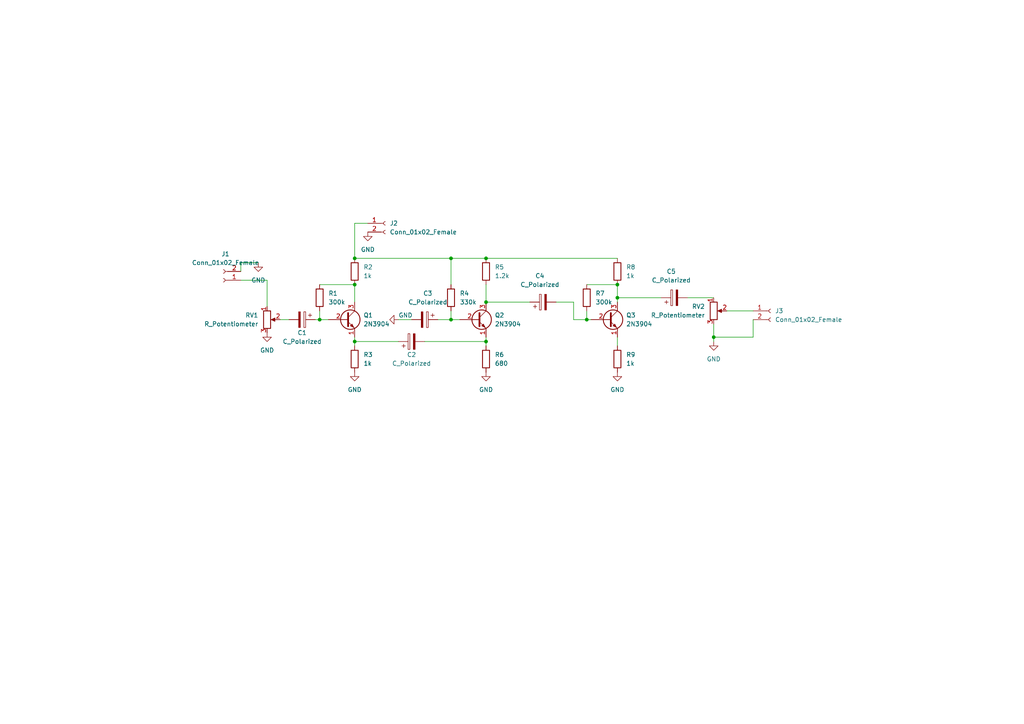
<source format=kicad_sch>
(kicad_sch (version 20211123) (generator eeschema)

  (uuid 9df4c51f-3646-45b1-b99b-11a5108751e5)

  (paper "A4")

  (lib_symbols
    (symbol "Connector:Conn_01x02_Female" (pin_names (offset 1.016) hide) (in_bom yes) (on_board yes)
      (property "Reference" "J" (id 0) (at 0 2.54 0)
        (effects (font (size 1.27 1.27)))
      )
      (property "Value" "Conn_01x02_Female" (id 1) (at 0 -5.08 0)
        (effects (font (size 1.27 1.27)))
      )
      (property "Footprint" "" (id 2) (at 0 0 0)
        (effects (font (size 1.27 1.27)) hide)
      )
      (property "Datasheet" "~" (id 3) (at 0 0 0)
        (effects (font (size 1.27 1.27)) hide)
      )
      (property "ki_keywords" "connector" (id 4) (at 0 0 0)
        (effects (font (size 1.27 1.27)) hide)
      )
      (property "ki_description" "Generic connector, single row, 01x02, script generated (kicad-library-utils/schlib/autogen/connector/)" (id 5) (at 0 0 0)
        (effects (font (size 1.27 1.27)) hide)
      )
      (property "ki_fp_filters" "Connector*:*_1x??_*" (id 6) (at 0 0 0)
        (effects (font (size 1.27 1.27)) hide)
      )
      (symbol "Conn_01x02_Female_1_1"
        (arc (start 0 -2.032) (mid -0.508 -2.54) (end 0 -3.048)
          (stroke (width 0.1524) (type default) (color 0 0 0 0))
          (fill (type none))
        )
        (polyline
          (pts
            (xy -1.27 -2.54)
            (xy -0.508 -2.54)
          )
          (stroke (width 0.1524) (type default) (color 0 0 0 0))
          (fill (type none))
        )
        (polyline
          (pts
            (xy -1.27 0)
            (xy -0.508 0)
          )
          (stroke (width 0.1524) (type default) (color 0 0 0 0))
          (fill (type none))
        )
        (arc (start 0 0.508) (mid -0.508 0) (end 0 -0.508)
          (stroke (width 0.1524) (type default) (color 0 0 0 0))
          (fill (type none))
        )
        (pin passive line (at -5.08 0 0) (length 3.81)
          (name "Pin_1" (effects (font (size 1.27 1.27))))
          (number "1" (effects (font (size 1.27 1.27))))
        )
        (pin passive line (at -5.08 -2.54 0) (length 3.81)
          (name "Pin_2" (effects (font (size 1.27 1.27))))
          (number "2" (effects (font (size 1.27 1.27))))
        )
      )
    )
    (symbol "Device:C_Polarized" (pin_numbers hide) (pin_names (offset 0.254)) (in_bom yes) (on_board yes)
      (property "Reference" "C" (id 0) (at 0.635 2.54 0)
        (effects (font (size 1.27 1.27)) (justify left))
      )
      (property "Value" "C_Polarized" (id 1) (at 0.635 -2.54 0)
        (effects (font (size 1.27 1.27)) (justify left))
      )
      (property "Footprint" "" (id 2) (at 0.9652 -3.81 0)
        (effects (font (size 1.27 1.27)) hide)
      )
      (property "Datasheet" "~" (id 3) (at 0 0 0)
        (effects (font (size 1.27 1.27)) hide)
      )
      (property "ki_keywords" "cap capacitor" (id 4) (at 0 0 0)
        (effects (font (size 1.27 1.27)) hide)
      )
      (property "ki_description" "Polarized capacitor" (id 5) (at 0 0 0)
        (effects (font (size 1.27 1.27)) hide)
      )
      (property "ki_fp_filters" "CP_*" (id 6) (at 0 0 0)
        (effects (font (size 1.27 1.27)) hide)
      )
      (symbol "C_Polarized_0_1"
        (rectangle (start -2.286 0.508) (end 2.286 1.016)
          (stroke (width 0) (type default) (color 0 0 0 0))
          (fill (type none))
        )
        (polyline
          (pts
            (xy -1.778 2.286)
            (xy -0.762 2.286)
          )
          (stroke (width 0) (type default) (color 0 0 0 0))
          (fill (type none))
        )
        (polyline
          (pts
            (xy -1.27 2.794)
            (xy -1.27 1.778)
          )
          (stroke (width 0) (type default) (color 0 0 0 0))
          (fill (type none))
        )
        (rectangle (start 2.286 -0.508) (end -2.286 -1.016)
          (stroke (width 0) (type default) (color 0 0 0 0))
          (fill (type outline))
        )
      )
      (symbol "C_Polarized_1_1"
        (pin passive line (at 0 3.81 270) (length 2.794)
          (name "~" (effects (font (size 1.27 1.27))))
          (number "1" (effects (font (size 1.27 1.27))))
        )
        (pin passive line (at 0 -3.81 90) (length 2.794)
          (name "~" (effects (font (size 1.27 1.27))))
          (number "2" (effects (font (size 1.27 1.27))))
        )
      )
    )
    (symbol "Device:R" (pin_numbers hide) (pin_names (offset 0)) (in_bom yes) (on_board yes)
      (property "Reference" "R" (id 0) (at 2.032 0 90)
        (effects (font (size 1.27 1.27)))
      )
      (property "Value" "R" (id 1) (at 0 0 90)
        (effects (font (size 1.27 1.27)))
      )
      (property "Footprint" "" (id 2) (at -1.778 0 90)
        (effects (font (size 1.27 1.27)) hide)
      )
      (property "Datasheet" "~" (id 3) (at 0 0 0)
        (effects (font (size 1.27 1.27)) hide)
      )
      (property "ki_keywords" "R res resistor" (id 4) (at 0 0 0)
        (effects (font (size 1.27 1.27)) hide)
      )
      (property "ki_description" "Resistor" (id 5) (at 0 0 0)
        (effects (font (size 1.27 1.27)) hide)
      )
      (property "ki_fp_filters" "R_*" (id 6) (at 0 0 0)
        (effects (font (size 1.27 1.27)) hide)
      )
      (symbol "R_0_1"
        (rectangle (start -1.016 -2.54) (end 1.016 2.54)
          (stroke (width 0.254) (type default) (color 0 0 0 0))
          (fill (type none))
        )
      )
      (symbol "R_1_1"
        (pin passive line (at 0 3.81 270) (length 1.27)
          (name "~" (effects (font (size 1.27 1.27))))
          (number "1" (effects (font (size 1.27 1.27))))
        )
        (pin passive line (at 0 -3.81 90) (length 1.27)
          (name "~" (effects (font (size 1.27 1.27))))
          (number "2" (effects (font (size 1.27 1.27))))
        )
      )
    )
    (symbol "Device:R_Potentiometer" (pin_names (offset 1.016) hide) (in_bom yes) (on_board yes)
      (property "Reference" "RV" (id 0) (at -4.445 0 90)
        (effects (font (size 1.27 1.27)))
      )
      (property "Value" "R_Potentiometer" (id 1) (at -2.54 0 90)
        (effects (font (size 1.27 1.27)))
      )
      (property "Footprint" "" (id 2) (at 0 0 0)
        (effects (font (size 1.27 1.27)) hide)
      )
      (property "Datasheet" "~" (id 3) (at 0 0 0)
        (effects (font (size 1.27 1.27)) hide)
      )
      (property "ki_keywords" "resistor variable" (id 4) (at 0 0 0)
        (effects (font (size 1.27 1.27)) hide)
      )
      (property "ki_description" "Potentiometer" (id 5) (at 0 0 0)
        (effects (font (size 1.27 1.27)) hide)
      )
      (property "ki_fp_filters" "Potentiometer*" (id 6) (at 0 0 0)
        (effects (font (size 1.27 1.27)) hide)
      )
      (symbol "R_Potentiometer_0_1"
        (polyline
          (pts
            (xy 2.54 0)
            (xy 1.524 0)
          )
          (stroke (width 0) (type default) (color 0 0 0 0))
          (fill (type none))
        )
        (polyline
          (pts
            (xy 1.143 0)
            (xy 2.286 0.508)
            (xy 2.286 -0.508)
            (xy 1.143 0)
          )
          (stroke (width 0) (type default) (color 0 0 0 0))
          (fill (type outline))
        )
        (rectangle (start 1.016 2.54) (end -1.016 -2.54)
          (stroke (width 0.254) (type default) (color 0 0 0 0))
          (fill (type none))
        )
      )
      (symbol "R_Potentiometer_1_1"
        (pin passive line (at 0 3.81 270) (length 1.27)
          (name "1" (effects (font (size 1.27 1.27))))
          (number "1" (effects (font (size 1.27 1.27))))
        )
        (pin passive line (at 3.81 0 180) (length 1.27)
          (name "2" (effects (font (size 1.27 1.27))))
          (number "2" (effects (font (size 1.27 1.27))))
        )
        (pin passive line (at 0 -3.81 90) (length 1.27)
          (name "3" (effects (font (size 1.27 1.27))))
          (number "3" (effects (font (size 1.27 1.27))))
        )
      )
    )
    (symbol "Transistor_BJT:2N3904" (pin_names (offset 0) hide) (in_bom yes) (on_board yes)
      (property "Reference" "Q" (id 0) (at 5.08 1.905 0)
        (effects (font (size 1.27 1.27)) (justify left))
      )
      (property "Value" "2N3904" (id 1) (at 5.08 0 0)
        (effects (font (size 1.27 1.27)) (justify left))
      )
      (property "Footprint" "Package_TO_SOT_THT:TO-92_Inline" (id 2) (at 5.08 -1.905 0)
        (effects (font (size 1.27 1.27) italic) (justify left) hide)
      )
      (property "Datasheet" "https://www.onsemi.com/pub/Collateral/2N3903-D.PDF" (id 3) (at 0 0 0)
        (effects (font (size 1.27 1.27)) (justify left) hide)
      )
      (property "ki_keywords" "NPN Transistor" (id 4) (at 0 0 0)
        (effects (font (size 1.27 1.27)) hide)
      )
      (property "ki_description" "0.2A Ic, 40V Vce, Small Signal NPN Transistor, TO-92" (id 5) (at 0 0 0)
        (effects (font (size 1.27 1.27)) hide)
      )
      (property "ki_fp_filters" "TO?92*" (id 6) (at 0 0 0)
        (effects (font (size 1.27 1.27)) hide)
      )
      (symbol "2N3904_0_1"
        (polyline
          (pts
            (xy 0.635 0.635)
            (xy 2.54 2.54)
          )
          (stroke (width 0) (type default) (color 0 0 0 0))
          (fill (type none))
        )
        (polyline
          (pts
            (xy 0.635 -0.635)
            (xy 2.54 -2.54)
            (xy 2.54 -2.54)
          )
          (stroke (width 0) (type default) (color 0 0 0 0))
          (fill (type none))
        )
        (polyline
          (pts
            (xy 0.635 1.905)
            (xy 0.635 -1.905)
            (xy 0.635 -1.905)
          )
          (stroke (width 0.508) (type default) (color 0 0 0 0))
          (fill (type none))
        )
        (polyline
          (pts
            (xy 1.27 -1.778)
            (xy 1.778 -1.27)
            (xy 2.286 -2.286)
            (xy 1.27 -1.778)
            (xy 1.27 -1.778)
          )
          (stroke (width 0) (type default) (color 0 0 0 0))
          (fill (type outline))
        )
        (circle (center 1.27 0) (radius 2.8194)
          (stroke (width 0.254) (type default) (color 0 0 0 0))
          (fill (type none))
        )
      )
      (symbol "2N3904_1_1"
        (pin passive line (at 2.54 -5.08 90) (length 2.54)
          (name "E" (effects (font (size 1.27 1.27))))
          (number "1" (effects (font (size 1.27 1.27))))
        )
        (pin passive line (at -5.08 0 0) (length 5.715)
          (name "B" (effects (font (size 1.27 1.27))))
          (number "2" (effects (font (size 1.27 1.27))))
        )
        (pin passive line (at 2.54 5.08 270) (length 2.54)
          (name "C" (effects (font (size 1.27 1.27))))
          (number "3" (effects (font (size 1.27 1.27))))
        )
      )
    )
    (symbol "power:GND" (power) (pin_names (offset 0)) (in_bom yes) (on_board yes)
      (property "Reference" "#PWR" (id 0) (at 0 -6.35 0)
        (effects (font (size 1.27 1.27)) hide)
      )
      (property "Value" "GND" (id 1) (at 0 -3.81 0)
        (effects (font (size 1.27 1.27)))
      )
      (property "Footprint" "" (id 2) (at 0 0 0)
        (effects (font (size 1.27 1.27)) hide)
      )
      (property "Datasheet" "" (id 3) (at 0 0 0)
        (effects (font (size 1.27 1.27)) hide)
      )
      (property "ki_keywords" "power-flag" (id 4) (at 0 0 0)
        (effects (font (size 1.27 1.27)) hide)
      )
      (property "ki_description" "Power symbol creates a global label with name \"GND\" , ground" (id 5) (at 0 0 0)
        (effects (font (size 1.27 1.27)) hide)
      )
      (symbol "GND_0_1"
        (polyline
          (pts
            (xy 0 0)
            (xy 0 -1.27)
            (xy 1.27 -1.27)
            (xy 0 -2.54)
            (xy -1.27 -1.27)
            (xy 0 -1.27)
          )
          (stroke (width 0) (type default) (color 0 0 0 0))
          (fill (type none))
        )
      )
      (symbol "GND_1_1"
        (pin power_in line (at 0 0 270) (length 0) hide
          (name "GND" (effects (font (size 1.27 1.27))))
          (number "1" (effects (font (size 1.27 1.27))))
        )
      )
    )
  )

  (junction (at 140.97 99.06) (diameter 0) (color 0 0 0 0)
    (uuid 02ff1733-09b3-4a35-9bfc-e6a4d5ddbf86)
  )
  (junction (at 170.18 92.71) (diameter 0) (color 0 0 0 0)
    (uuid 1c729c5d-8d63-4a0e-b65a-785105ce351a)
  )
  (junction (at 130.81 92.71) (diameter 0) (color 0 0 0 0)
    (uuid 268f8470-80e3-470c-963b-99056f1b624d)
  )
  (junction (at 179.07 82.55) (diameter 0) (color 0 0 0 0)
    (uuid 27773ae2-23d7-4de1-b67c-94c4f77e2633)
  )
  (junction (at 179.07 86.36) (diameter 0) (color 0 0 0 0)
    (uuid 2bc153e9-5008-455f-957f-2aa433b7a672)
  )
  (junction (at 92.71 92.71) (diameter 0) (color 0 0 0 0)
    (uuid 4434d9f0-e7e9-4bcc-8948-fe6adeb63ab3)
  )
  (junction (at 140.97 87.63) (diameter 0) (color 0 0 0 0)
    (uuid 4b1135de-5cf0-48bd-b975-148987d31080)
  )
  (junction (at 102.87 82.55) (diameter 0) (color 0 0 0 0)
    (uuid 82ab5408-d931-4da6-bd32-fd7108be998d)
  )
  (junction (at 130.81 74.93) (diameter 0) (color 0 0 0 0)
    (uuid 8f870c31-0bbe-4d8f-855b-7929fafb9fc6)
  )
  (junction (at 207.01 97.79) (diameter 0) (color 0 0 0 0)
    (uuid a044c1fb-ef95-4639-b2a4-57b9e00a4f6e)
  )
  (junction (at 140.97 74.93) (diameter 0) (color 0 0 0 0)
    (uuid ae98ed64-e6c2-43c7-90a4-0d6a1c78a561)
  )
  (junction (at 102.87 99.06) (diameter 0) (color 0 0 0 0)
    (uuid cd8c4725-6bc5-4573-a15b-c854b1cd1ce4)
  )
  (junction (at 102.87 74.93) (diameter 0) (color 0 0 0 0)
    (uuid eec34a4b-4fd2-4750-9c64-a99c6e38e2f2)
  )

  (wire (pts (xy 191.77 86.36) (xy 179.07 86.36))
    (stroke (width 0) (type default) (color 0 0 0 0))
    (uuid 02d36da8-9808-4164-99f3-518c65311f3e)
  )
  (wire (pts (xy 218.44 90.17) (xy 210.82 90.17))
    (stroke (width 0) (type default) (color 0 0 0 0))
    (uuid 05d28ad3-2910-4a53-8fd6-9fd42754416a)
  )
  (wire (pts (xy 102.87 99.06) (xy 115.57 99.06))
    (stroke (width 0) (type default) (color 0 0 0 0))
    (uuid 07d47394-83ca-4927-807e-121246c63a8e)
  )
  (wire (pts (xy 218.44 92.71) (xy 218.44 97.79))
    (stroke (width 0) (type default) (color 0 0 0 0))
    (uuid 08e28cb4-f128-4121-a66c-b833e256325d)
  )
  (wire (pts (xy 140.97 99.06) (xy 140.97 100.33))
    (stroke (width 0) (type default) (color 0 0 0 0))
    (uuid 0b5cd27f-c1d6-4742-8429-267e5a48dd4d)
  )
  (wire (pts (xy 106.68 64.77) (xy 102.87 64.77))
    (stroke (width 0) (type default) (color 0 0 0 0))
    (uuid 1c27e52d-4761-47d6-93af-04df2abb316c)
  )
  (wire (pts (xy 199.39 86.36) (xy 207.01 86.36))
    (stroke (width 0) (type default) (color 0 0 0 0))
    (uuid 27ca3bc4-23eb-455f-a639-a4652ec94734)
  )
  (wire (pts (xy 207.01 99.06) (xy 207.01 97.79))
    (stroke (width 0) (type default) (color 0 0 0 0))
    (uuid 2af759b7-53d4-4d03-8ce3-fc03f507d917)
  )
  (wire (pts (xy 74.93 76.2) (xy 69.85 76.2))
    (stroke (width 0) (type default) (color 0 0 0 0))
    (uuid 2d375d18-2425-4986-bad6-e4672aa0b6dd)
  )
  (wire (pts (xy 92.71 82.55) (xy 102.87 82.55))
    (stroke (width 0) (type default) (color 0 0 0 0))
    (uuid 366f90bd-962b-4717-b11d-728d171ba7a4)
  )
  (wire (pts (xy 102.87 99.06) (xy 102.87 100.33))
    (stroke (width 0) (type default) (color 0 0 0 0))
    (uuid 39387f34-a6e3-4a3d-beb7-f36075fee5b6)
  )
  (wire (pts (xy 77.47 81.28) (xy 69.85 81.28))
    (stroke (width 0) (type default) (color 0 0 0 0))
    (uuid 3a9960a8-cf85-4873-a4ab-1403ef6b7bff)
  )
  (wire (pts (xy 69.85 76.2) (xy 69.85 78.74))
    (stroke (width 0) (type default) (color 0 0 0 0))
    (uuid 3f024efb-c2e9-4ab4-beea-ed90de20cb01)
  )
  (wire (pts (xy 102.87 97.79) (xy 102.87 99.06))
    (stroke (width 0) (type default) (color 0 0 0 0))
    (uuid 400446d4-d983-4fd4-a632-e79ae5bf2e01)
  )
  (wire (pts (xy 123.19 99.06) (xy 140.97 99.06))
    (stroke (width 0) (type default) (color 0 0 0 0))
    (uuid 4268996e-d538-4598-b960-1ff0a33d2737)
  )
  (wire (pts (xy 91.44 92.71) (xy 92.71 92.71))
    (stroke (width 0) (type default) (color 0 0 0 0))
    (uuid 4299e4ff-db3e-476f-a3c4-575cc0d41958)
  )
  (wire (pts (xy 170.18 82.55) (xy 179.07 82.55))
    (stroke (width 0) (type default) (color 0 0 0 0))
    (uuid 4a89455b-fb99-4974-8fae-6d891d978deb)
  )
  (wire (pts (xy 140.97 87.63) (xy 153.67 87.63))
    (stroke (width 0) (type default) (color 0 0 0 0))
    (uuid 4b4195d5-1a82-43cf-afd4-7c55c19f9127)
  )
  (wire (pts (xy 179.07 82.55) (xy 179.07 86.36))
    (stroke (width 0) (type default) (color 0 0 0 0))
    (uuid 50b215ec-b530-4ef7-b682-2d0f330dab5c)
  )
  (wire (pts (xy 130.81 90.17) (xy 130.81 92.71))
    (stroke (width 0) (type default) (color 0 0 0 0))
    (uuid 6b374389-809b-4106-959d-f1d23eee7870)
  )
  (wire (pts (xy 130.81 92.71) (xy 133.35 92.71))
    (stroke (width 0) (type default) (color 0 0 0 0))
    (uuid 6f1f9d1d-a358-4705-a57f-b15047ef70fb)
  )
  (wire (pts (xy 127 92.71) (xy 130.81 92.71))
    (stroke (width 0) (type default) (color 0 0 0 0))
    (uuid 75d5f17e-1a25-4cce-b9b9-4b163592230f)
  )
  (wire (pts (xy 140.97 82.55) (xy 140.97 87.63))
    (stroke (width 0) (type default) (color 0 0 0 0))
    (uuid 77f7f452-5df4-4d9c-b465-cebc6e6f326a)
  )
  (wire (pts (xy 92.71 90.17) (xy 92.71 92.71))
    (stroke (width 0) (type default) (color 0 0 0 0))
    (uuid 7b382362-6ca4-4a8a-89e0-a6ac6aff0a80)
  )
  (wire (pts (xy 207.01 97.79) (xy 207.01 93.98))
    (stroke (width 0) (type default) (color 0 0 0 0))
    (uuid 8c8117ed-d34f-44cc-9693-6770af5b35e2)
  )
  (wire (pts (xy 170.18 92.71) (xy 171.45 92.71))
    (stroke (width 0) (type default) (color 0 0 0 0))
    (uuid 8d353751-0d97-42ac-8594-8b6c478c93e0)
  )
  (wire (pts (xy 130.81 82.55) (xy 130.81 74.93))
    (stroke (width 0) (type default) (color 0 0 0 0))
    (uuid 8d91924f-4002-4237-b6d0-572e74673280)
  )
  (wire (pts (xy 140.97 74.93) (xy 179.07 74.93))
    (stroke (width 0) (type default) (color 0 0 0 0))
    (uuid 8eca3e75-4555-40c6-a5f0-d0a3267a43f5)
  )
  (wire (pts (xy 77.47 88.9) (xy 77.47 81.28))
    (stroke (width 0) (type default) (color 0 0 0 0))
    (uuid 8fcaee63-00f2-48f7-9ade-fd8072f4574c)
  )
  (wire (pts (xy 92.71 92.71) (xy 95.25 92.71))
    (stroke (width 0) (type default) (color 0 0 0 0))
    (uuid 97adc94a-f020-47c4-ae3c-09e088839f48)
  )
  (wire (pts (xy 130.81 74.93) (xy 140.97 74.93))
    (stroke (width 0) (type default) (color 0 0 0 0))
    (uuid 9e64358d-1494-469b-b1ac-0d5265cb2da7)
  )
  (wire (pts (xy 179.07 97.79) (xy 179.07 100.33))
    (stroke (width 0) (type default) (color 0 0 0 0))
    (uuid a6696220-8f47-4f21-90fd-4cf17635821b)
  )
  (wire (pts (xy 161.29 87.63) (xy 166.37 87.63))
    (stroke (width 0) (type default) (color 0 0 0 0))
    (uuid a7aa5daa-98f5-4404-9630-74068525cad5)
  )
  (wire (pts (xy 166.37 87.63) (xy 166.37 92.71))
    (stroke (width 0) (type default) (color 0 0 0 0))
    (uuid b00c6163-e73b-4762-aac7-a65fd6432696)
  )
  (wire (pts (xy 218.44 97.79) (xy 207.01 97.79))
    (stroke (width 0) (type default) (color 0 0 0 0))
    (uuid b17f02fb-991b-4483-a2ee-2c844732d386)
  )
  (wire (pts (xy 166.37 92.71) (xy 170.18 92.71))
    (stroke (width 0) (type default) (color 0 0 0 0))
    (uuid b7e88b04-f28e-4085-ad53-c1aae926b14a)
  )
  (wire (pts (xy 81.28 92.71) (xy 83.82 92.71))
    (stroke (width 0) (type default) (color 0 0 0 0))
    (uuid bb893195-96e7-44ef-8d92-34f8ef7659fd)
  )
  (wire (pts (xy 140.97 97.79) (xy 140.97 99.06))
    (stroke (width 0) (type default) (color 0 0 0 0))
    (uuid c49a65a1-80f0-4d31-8aec-e264d50b7282)
  )
  (wire (pts (xy 179.07 86.36) (xy 179.07 87.63))
    (stroke (width 0) (type default) (color 0 0 0 0))
    (uuid c5e85c43-9d51-4010-ac67-0d2d809c9138)
  )
  (wire (pts (xy 102.87 74.93) (xy 130.81 74.93))
    (stroke (width 0) (type default) (color 0 0 0 0))
    (uuid e6ec5b3d-dc9c-4e35-b266-eac09764220e)
  )
  (wire (pts (xy 102.87 82.55) (xy 102.87 87.63))
    (stroke (width 0) (type default) (color 0 0 0 0))
    (uuid eb726402-e9bf-413b-ac88-ecc787d484b3)
  )
  (wire (pts (xy 115.57 92.71) (xy 119.38 92.71))
    (stroke (width 0) (type default) (color 0 0 0 0))
    (uuid f8c17eb7-ccdc-49d2-a406-6e9990e16da0)
  )
  (wire (pts (xy 170.18 90.17) (xy 170.18 92.71))
    (stroke (width 0) (type default) (color 0 0 0 0))
    (uuid fb96e079-e184-490d-ba50-11d4ee358ec2)
  )
  (wire (pts (xy 102.87 64.77) (xy 102.87 74.93))
    (stroke (width 0) (type default) (color 0 0 0 0))
    (uuid fe3b8576-71e3-4661-afb5-218129baa930)
  )

  (symbol (lib_id "power:GND") (at 106.68 67.31 0) (unit 1)
    (in_bom yes) (on_board yes) (fields_autoplaced)
    (uuid 118b6fee-7d5e-4a1d-b3e8-56b2fd39a6ef)
    (property "Reference" "#PWR0103" (id 0) (at 106.68 73.66 0)
      (effects (font (size 1.27 1.27)) hide)
    )
    (property "Value" "GND" (id 1) (at 106.68 72.39 0))
    (property "Footprint" "" (id 2) (at 106.68 67.31 0)
      (effects (font (size 1.27 1.27)) hide)
    )
    (property "Datasheet" "" (id 3) (at 106.68 67.31 0)
      (effects (font (size 1.27 1.27)) hide)
    )
    (pin "1" (uuid d7a63033-3466-49a2-a0b5-e05eab5ae0c7))
  )

  (symbol (lib_id "Device:R") (at 102.87 78.74 0) (unit 1)
    (in_bom yes) (on_board yes) (fields_autoplaced)
    (uuid 1b4215fa-09d2-407b-9380-a6011dc7cef7)
    (property "Reference" "R2" (id 0) (at 105.41 77.4699 0)
      (effects (font (size 1.27 1.27)) (justify left))
    )
    (property "Value" "1k" (id 1) (at 105.41 80.0099 0)
      (effects (font (size 1.27 1.27)) (justify left))
    )
    (property "Footprint" "Resistor_THT:R_Axial_DIN0204_L3.6mm_D1.6mm_P5.08mm_Horizontal" (id 2) (at 101.092 78.74 90)
      (effects (font (size 1.27 1.27)) hide)
    )
    (property "Datasheet" "~" (id 3) (at 102.87 78.74 0)
      (effects (font (size 1.27 1.27)) hide)
    )
    (pin "1" (uuid 4bb76bcb-ee63-41a0-8afd-72e0a5666d1a))
    (pin "2" (uuid 04da3c5d-dfe0-4d9b-a985-be94cf3d6324))
  )

  (symbol (lib_id "power:GND") (at 77.47 96.52 0) (unit 1)
    (in_bom yes) (on_board yes) (fields_autoplaced)
    (uuid 1d10457f-b3ad-4a3b-9cd5-4e6c21aa38da)
    (property "Reference" "#PWR0104" (id 0) (at 77.47 102.87 0)
      (effects (font (size 1.27 1.27)) hide)
    )
    (property "Value" "GND" (id 1) (at 77.47 101.6 0))
    (property "Footprint" "" (id 2) (at 77.47 96.52 0)
      (effects (font (size 1.27 1.27)) hide)
    )
    (property "Datasheet" "" (id 3) (at 77.47 96.52 0)
      (effects (font (size 1.27 1.27)) hide)
    )
    (pin "1" (uuid 7af290cf-529c-40f7-bbc2-34e71299de1f))
  )

  (symbol (lib_id "power:GND") (at 140.97 107.95 0) (unit 1)
    (in_bom yes) (on_board yes) (fields_autoplaced)
    (uuid 22d3dfd3-3a93-48e8-891b-f7978003d261)
    (property "Reference" "#PWR0107" (id 0) (at 140.97 114.3 0)
      (effects (font (size 1.27 1.27)) hide)
    )
    (property "Value" "GND" (id 1) (at 140.97 113.03 0))
    (property "Footprint" "" (id 2) (at 140.97 107.95 0)
      (effects (font (size 1.27 1.27)) hide)
    )
    (property "Datasheet" "" (id 3) (at 140.97 107.95 0)
      (effects (font (size 1.27 1.27)) hide)
    )
    (pin "1" (uuid 9a49716f-09ee-4a57-bd4f-c41a11d68dfc))
  )

  (symbol (lib_id "Device:R") (at 179.07 78.74 0) (unit 1)
    (in_bom yes) (on_board yes) (fields_autoplaced)
    (uuid 2e251839-3d9a-47d8-9248-7b7becdad011)
    (property "Reference" "R8" (id 0) (at 181.61 77.4699 0)
      (effects (font (size 1.27 1.27)) (justify left))
    )
    (property "Value" "1k" (id 1) (at 181.61 80.0099 0)
      (effects (font (size 1.27 1.27)) (justify left))
    )
    (property "Footprint" "Resistor_THT:R_Axial_DIN0204_L3.6mm_D1.6mm_P5.08mm_Horizontal" (id 2) (at 177.292 78.74 90)
      (effects (font (size 1.27 1.27)) hide)
    )
    (property "Datasheet" "~" (id 3) (at 179.07 78.74 0)
      (effects (font (size 1.27 1.27)) hide)
    )
    (pin "1" (uuid 187043e3-2544-4d3d-be53-28367cd2484f))
    (pin "2" (uuid 76bd77ec-7739-4165-b6fb-3dba073836b9))
  )

  (symbol (lib_id "Device:R") (at 140.97 78.74 0) (unit 1)
    (in_bom yes) (on_board yes) (fields_autoplaced)
    (uuid 34ec0fe5-e117-4853-a012-975aaa3825fa)
    (property "Reference" "R5" (id 0) (at 143.51 77.4699 0)
      (effects (font (size 1.27 1.27)) (justify left))
    )
    (property "Value" "1.2k" (id 1) (at 143.51 80.0099 0)
      (effects (font (size 1.27 1.27)) (justify left))
    )
    (property "Footprint" "Resistor_THT:R_Axial_DIN0204_L3.6mm_D1.6mm_P5.08mm_Horizontal" (id 2) (at 139.192 78.74 90)
      (effects (font (size 1.27 1.27)) hide)
    )
    (property "Datasheet" "~" (id 3) (at 140.97 78.74 0)
      (effects (font (size 1.27 1.27)) hide)
    )
    (pin "1" (uuid 3335d0a7-1ddd-4bd4-babd-1d54983d36d1))
    (pin "2" (uuid 870317be-371c-439e-a4c1-b0f648428542))
  )

  (symbol (lib_id "Transistor_BJT:2N3904") (at 138.43 92.71 0) (unit 1)
    (in_bom yes) (on_board yes) (fields_autoplaced)
    (uuid 3b7b2c77-e73d-49bd-b644-e55e8e568378)
    (property "Reference" "Q2" (id 0) (at 143.51 91.4399 0)
      (effects (font (size 1.27 1.27)) (justify left))
    )
    (property "Value" "2N3904" (id 1) (at 143.51 93.9799 0)
      (effects (font (size 1.27 1.27)) (justify left))
    )
    (property "Footprint" "Package_TO_SOT_THT:TO-92_Inline" (id 2) (at 143.51 94.615 0)
      (effects (font (size 1.27 1.27) italic) (justify left) hide)
    )
    (property "Datasheet" "https://www.onsemi.com/pub/Collateral/2N3903-D.PDF" (id 3) (at 138.43 92.71 0)
      (effects (font (size 1.27 1.27)) (justify left) hide)
    )
    (pin "1" (uuid c6881f50-f174-40ce-8f78-6eaff34dc495))
    (pin "2" (uuid c2edb7c7-498c-4a0c-951b-0ca0c69c846f))
    (pin "3" (uuid 46d3f1ff-9859-4254-8ed9-4f70ddeb7d97))
  )

  (symbol (lib_id "power:GND") (at 74.93 76.2 0) (unit 1)
    (in_bom yes) (on_board yes) (fields_autoplaced)
    (uuid 40543c7c-0f01-491f-a68b-182744d89a76)
    (property "Reference" "#PWR0108" (id 0) (at 74.93 82.55 0)
      (effects (font (size 1.27 1.27)) hide)
    )
    (property "Value" "GND" (id 1) (at 74.93 81.28 0))
    (property "Footprint" "" (id 2) (at 74.93 76.2 0)
      (effects (font (size 1.27 1.27)) hide)
    )
    (property "Datasheet" "" (id 3) (at 74.93 76.2 0)
      (effects (font (size 1.27 1.27)) hide)
    )
    (pin "1" (uuid fa5155d2-4135-4a3a-914c-77ebd440ebcd))
  )

  (symbol (lib_id "Connector:Conn_01x02_Female") (at 64.77 81.28 180) (unit 1)
    (in_bom yes) (on_board yes) (fields_autoplaced)
    (uuid 40ddce08-a2fc-4cf9-8c15-ac9a1d0e465f)
    (property "Reference" "J1" (id 0) (at 65.405 73.66 0))
    (property "Value" "Conn_01x02_Female" (id 1) (at 65.405 76.2 0))
    (property "Footprint" "Connector_Wire:SolderWire-0.1sqmm_1x02_P3.6mm_D0.4mm_OD1mm" (id 2) (at 64.77 81.28 0)
      (effects (font (size 1.27 1.27)) hide)
    )
    (property "Datasheet" "~" (id 3) (at 64.77 81.28 0)
      (effects (font (size 1.27 1.27)) hide)
    )
    (pin "1" (uuid eb2be6b5-8024-4f78-97a4-0a468bb492ed))
    (pin "2" (uuid a0145199-838f-44d7-b7d0-f840c6bad819))
  )

  (symbol (lib_id "Connector:Conn_01x02_Female") (at 111.76 64.77 0) (unit 1)
    (in_bom yes) (on_board yes) (fields_autoplaced)
    (uuid 4279d3b7-bf6d-43e7-87e7-5e2bc6ddd93a)
    (property "Reference" "J2" (id 0) (at 113.03 64.7699 0)
      (effects (font (size 1.27 1.27)) (justify left))
    )
    (property "Value" "Conn_01x02_Female" (id 1) (at 113.03 67.3099 0)
      (effects (font (size 1.27 1.27)) (justify left))
    )
    (property "Footprint" "Connector_Wire:SolderWire-0.1sqmm_1x02_P3.6mm_D0.4mm_OD1mm" (id 2) (at 111.76 64.77 0)
      (effects (font (size 1.27 1.27)) hide)
    )
    (property "Datasheet" "~" (id 3) (at 111.76 64.77 0)
      (effects (font (size 1.27 1.27)) hide)
    )
    (pin "1" (uuid cbf7247a-bc5b-49d7-ab6e-2d3579cf53ca))
    (pin "2" (uuid bbf8ae1f-0dc5-4263-a440-d2f2460a5219))
  )

  (symbol (lib_id "Device:R") (at 102.87 104.14 0) (unit 1)
    (in_bom yes) (on_board yes) (fields_autoplaced)
    (uuid 4abc327c-9a9d-4d7d-8531-139f5928ed0f)
    (property "Reference" "R3" (id 0) (at 105.41 102.8699 0)
      (effects (font (size 1.27 1.27)) (justify left))
    )
    (property "Value" "1k" (id 1) (at 105.41 105.4099 0)
      (effects (font (size 1.27 1.27)) (justify left))
    )
    (property "Footprint" "Resistor_THT:R_Axial_DIN0204_L3.6mm_D1.6mm_P5.08mm_Horizontal" (id 2) (at 101.092 104.14 90)
      (effects (font (size 1.27 1.27)) hide)
    )
    (property "Datasheet" "~" (id 3) (at 102.87 104.14 0)
      (effects (font (size 1.27 1.27)) hide)
    )
    (pin "1" (uuid dd7faa16-47d1-4e29-a8d5-2427de281d20))
    (pin "2" (uuid 6c2af182-eea9-49e0-aa44-07cc1648a4f1))
  )

  (symbol (lib_id "Device:R") (at 92.71 86.36 0) (unit 1)
    (in_bom yes) (on_board yes) (fields_autoplaced)
    (uuid 4b4c93d9-7ebf-4d38-93ef-aa805b006ebe)
    (property "Reference" "R1" (id 0) (at 95.25 85.0899 0)
      (effects (font (size 1.27 1.27)) (justify left))
    )
    (property "Value" "300k" (id 1) (at 95.25 87.6299 0)
      (effects (font (size 1.27 1.27)) (justify left))
    )
    (property "Footprint" "Resistor_THT:R_Axial_DIN0204_L3.6mm_D1.6mm_P5.08mm_Horizontal" (id 2) (at 90.932 86.36 90)
      (effects (font (size 1.27 1.27)) hide)
    )
    (property "Datasheet" "~" (id 3) (at 92.71 86.36 0)
      (effects (font (size 1.27 1.27)) hide)
    )
    (pin "1" (uuid ec8d2e8c-2d8b-4b79-ba99-0ad41ae8c007))
    (pin "2" (uuid 3367e7d6-c9b9-4e99-ad4f-74807ac04c47))
  )

  (symbol (lib_id "power:GND") (at 102.87 107.95 0) (unit 1)
    (in_bom yes) (on_board yes) (fields_autoplaced)
    (uuid 4dabfee6-f97e-4aba-89d8-afb229f40635)
    (property "Reference" "#PWR0105" (id 0) (at 102.87 114.3 0)
      (effects (font (size 1.27 1.27)) hide)
    )
    (property "Value" "GND" (id 1) (at 102.87 113.03 0))
    (property "Footprint" "" (id 2) (at 102.87 107.95 0)
      (effects (font (size 1.27 1.27)) hide)
    )
    (property "Datasheet" "" (id 3) (at 102.87 107.95 0)
      (effects (font (size 1.27 1.27)) hide)
    )
    (pin "1" (uuid 78da1aa6-351b-40a0-a774-50bff107927b))
  )

  (symbol (lib_id "Transistor_BJT:2N3904") (at 176.53 92.71 0) (unit 1)
    (in_bom yes) (on_board yes) (fields_autoplaced)
    (uuid 52a0d83b-7d62-46a9-8c0d-16c169271265)
    (property "Reference" "Q3" (id 0) (at 181.61 91.4399 0)
      (effects (font (size 1.27 1.27)) (justify left))
    )
    (property "Value" "2N3904" (id 1) (at 181.61 93.9799 0)
      (effects (font (size 1.27 1.27)) (justify left))
    )
    (property "Footprint" "Package_TO_SOT_THT:TO-92_Inline" (id 2) (at 181.61 94.615 0)
      (effects (font (size 1.27 1.27) italic) (justify left) hide)
    )
    (property "Datasheet" "https://www.onsemi.com/pub/Collateral/2N3903-D.PDF" (id 3) (at 176.53 92.71 0)
      (effects (font (size 1.27 1.27)) (justify left) hide)
    )
    (pin "1" (uuid 5ec657c3-31e4-4019-9883-06ab252127d9))
    (pin "2" (uuid 193179ee-2a63-4fcf-8009-f5ac4ca04ae4))
    (pin "3" (uuid c9169f9b-7477-4002-a60a-a65666640300))
  )

  (symbol (lib_id "Device:C_Polarized") (at 123.19 92.71 270) (unit 1)
    (in_bom yes) (on_board yes) (fields_autoplaced)
    (uuid 5598ed65-2e51-46ff-ba53-1b1f73efdc21)
    (property "Reference" "C3" (id 0) (at 124.079 85.09 90))
    (property "Value" "C_Polarized" (id 1) (at 124.079 87.63 90))
    (property "Footprint" "Capacitor_THT:C_Radial_D5.0mm_H11.0mm_P2.00mm" (id 2) (at 119.38 93.6752 0)
      (effects (font (size 1.27 1.27)) hide)
    )
    (property "Datasheet" "~" (id 3) (at 123.19 92.71 0)
      (effects (font (size 1.27 1.27)) hide)
    )
    (pin "1" (uuid 46319520-1c8a-41ef-92a1-a914f2e177c2))
    (pin "2" (uuid 0d82bbb8-e7b6-4c29-bf9a-5b5e91fc51fe))
  )

  (symbol (lib_id "Device:R_Potentiometer") (at 207.01 90.17 0) (unit 1)
    (in_bom yes) (on_board yes) (fields_autoplaced)
    (uuid 5e7e6f1c-ccef-4b8f-bdb0-e0a58f35f544)
    (property "Reference" "RV2" (id 0) (at 204.47 88.8999 0)
      (effects (font (size 1.27 1.27)) (justify right))
    )
    (property "Value" "R_Potentiometer" (id 1) (at 204.47 91.4399 0)
      (effects (font (size 1.27 1.27)) (justify right))
    )
    (property "Footprint" "Connector_Wire:SolderWire-0.1sqmm_1x03_P3.6mm_D0.4mm_OD1mm" (id 2) (at 207.01 90.17 0)
      (effects (font (size 1.27 1.27)) hide)
    )
    (property "Datasheet" "~" (id 3) (at 207.01 90.17 0)
      (effects (font (size 1.27 1.27)) hide)
    )
    (pin "1" (uuid b8fe7b41-9da1-443a-89d8-9b5db0656b01))
    (pin "2" (uuid da1591eb-64bf-4569-8d88-3cf793f2166d))
    (pin "3" (uuid 0a184987-ec1b-41f6-abc6-2d45ec55b4c1))
  )

  (symbol (lib_id "power:GND") (at 115.57 92.71 270) (unit 1)
    (in_bom yes) (on_board yes)
    (uuid 691daea1-3978-4100-a446-ade060f9c7cd)
    (property "Reference" "#PWR0106" (id 0) (at 109.22 92.71 0)
      (effects (font (size 1.27 1.27)) hide)
    )
    (property "Value" "GND" (id 1) (at 115.57 91.44 90)
      (effects (font (size 1.27 1.27)) (justify left))
    )
    (property "Footprint" "" (id 2) (at 115.57 92.71 0)
      (effects (font (size 1.27 1.27)) hide)
    )
    (property "Datasheet" "" (id 3) (at 115.57 92.71 0)
      (effects (font (size 1.27 1.27)) hide)
    )
    (pin "1" (uuid f69c19ef-32a5-4f67-a014-194d8ba03238))
  )

  (symbol (lib_id "Transistor_BJT:2N3904") (at 100.33 92.71 0) (unit 1)
    (in_bom yes) (on_board yes) (fields_autoplaced)
    (uuid 6d8244a6-65c6-4180-836c-9a6b699b2343)
    (property "Reference" "Q1" (id 0) (at 105.41 91.4399 0)
      (effects (font (size 1.27 1.27)) (justify left))
    )
    (property "Value" "2N3904" (id 1) (at 105.41 93.9799 0)
      (effects (font (size 1.27 1.27)) (justify left))
    )
    (property "Footprint" "Package_TO_SOT_THT:TO-92_Inline" (id 2) (at 105.41 94.615 0)
      (effects (font (size 1.27 1.27) italic) (justify left) hide)
    )
    (property "Datasheet" "https://www.onsemi.com/pub/Collateral/2N3903-D.PDF" (id 3) (at 100.33 92.71 0)
      (effects (font (size 1.27 1.27)) (justify left) hide)
    )
    (pin "1" (uuid 2a1be505-1349-402c-a342-68b427502d2f))
    (pin "2" (uuid 9b07b114-af09-4f5e-bae0-a3c59120f867))
    (pin "3" (uuid 81c80883-0f2b-4143-a5fa-c1eecccd801f))
  )

  (symbol (lib_id "Device:R") (at 140.97 104.14 0) (unit 1)
    (in_bom yes) (on_board yes) (fields_autoplaced)
    (uuid 79aa5708-4d2f-4240-921a-1098cefe57ce)
    (property "Reference" "R6" (id 0) (at 143.51 102.8699 0)
      (effects (font (size 1.27 1.27)) (justify left))
    )
    (property "Value" "680" (id 1) (at 143.51 105.4099 0)
      (effects (font (size 1.27 1.27)) (justify left))
    )
    (property "Footprint" "Resistor_THT:R_Axial_DIN0204_L3.6mm_D1.6mm_P5.08mm_Horizontal" (id 2) (at 139.192 104.14 90)
      (effects (font (size 1.27 1.27)) hide)
    )
    (property "Datasheet" "~" (id 3) (at 140.97 104.14 0)
      (effects (font (size 1.27 1.27)) hide)
    )
    (pin "1" (uuid 58def9a9-eead-4a8a-b318-045ebafe099a))
    (pin "2" (uuid d3435252-f038-499c-a673-77fb46094b8c))
  )

  (symbol (lib_id "Device:R") (at 130.81 86.36 0) (unit 1)
    (in_bom yes) (on_board yes) (fields_autoplaced)
    (uuid a235ace7-dfe5-4a09-87b2-4025de89107b)
    (property "Reference" "R4" (id 0) (at 133.35 85.0899 0)
      (effects (font (size 1.27 1.27)) (justify left))
    )
    (property "Value" "330k" (id 1) (at 133.35 87.6299 0)
      (effects (font (size 1.27 1.27)) (justify left))
    )
    (property "Footprint" "Resistor_THT:R_Axial_DIN0204_L3.6mm_D1.6mm_P5.08mm_Horizontal" (id 2) (at 129.032 86.36 90)
      (effects (font (size 1.27 1.27)) hide)
    )
    (property "Datasheet" "~" (id 3) (at 130.81 86.36 0)
      (effects (font (size 1.27 1.27)) hide)
    )
    (pin "1" (uuid fbdbf7a2-4173-49cb-ba6d-6009c7b870b1))
    (pin "2" (uuid 3adcf048-91cb-4ab5-8463-a0594870976f))
  )

  (symbol (lib_id "Device:R") (at 179.07 104.14 0) (unit 1)
    (in_bom yes) (on_board yes) (fields_autoplaced)
    (uuid a5cf2cb9-7c26-44e9-8bd3-ff8758e6ebb8)
    (property "Reference" "R9" (id 0) (at 181.61 102.8699 0)
      (effects (font (size 1.27 1.27)) (justify left))
    )
    (property "Value" "1k" (id 1) (at 181.61 105.4099 0)
      (effects (font (size 1.27 1.27)) (justify left))
    )
    (property "Footprint" "Resistor_THT:R_Axial_DIN0204_L3.6mm_D1.6mm_P5.08mm_Horizontal" (id 2) (at 177.292 104.14 90)
      (effects (font (size 1.27 1.27)) hide)
    )
    (property "Datasheet" "~" (id 3) (at 179.07 104.14 0)
      (effects (font (size 1.27 1.27)) hide)
    )
    (pin "1" (uuid 1114991d-b2ad-4487-bb25-470b3d1115c8))
    (pin "2" (uuid 17fa0b6c-ba05-48e1-acf1-0fc054da3a0c))
  )

  (symbol (lib_id "power:GND") (at 179.07 107.95 0) (unit 1)
    (in_bom yes) (on_board yes) (fields_autoplaced)
    (uuid ae334412-5c37-49be-8c90-4d1ddbcfb2f4)
    (property "Reference" "#PWR0101" (id 0) (at 179.07 114.3 0)
      (effects (font (size 1.27 1.27)) hide)
    )
    (property "Value" "GND" (id 1) (at 179.07 113.03 0))
    (property "Footprint" "" (id 2) (at 179.07 107.95 0)
      (effects (font (size 1.27 1.27)) hide)
    )
    (property "Datasheet" "" (id 3) (at 179.07 107.95 0)
      (effects (font (size 1.27 1.27)) hide)
    )
    (pin "1" (uuid a299999b-2d88-4484-8db2-03df14d76480))
  )

  (symbol (lib_id "Connector:Conn_01x02_Female") (at 223.52 90.17 0) (unit 1)
    (in_bom yes) (on_board yes) (fields_autoplaced)
    (uuid b424da1b-8eab-4995-bc15-f3d1c0ed6462)
    (property "Reference" "J3" (id 0) (at 224.79 90.1699 0)
      (effects (font (size 1.27 1.27)) (justify left))
    )
    (property "Value" "Conn_01x02_Female" (id 1) (at 224.79 92.7099 0)
      (effects (font (size 1.27 1.27)) (justify left))
    )
    (property "Footprint" "Connector_Wire:SolderWire-0.1sqmm_1x02_P3.6mm_D0.4mm_OD1mm" (id 2) (at 223.52 90.17 0)
      (effects (font (size 1.27 1.27)) hide)
    )
    (property "Datasheet" "~" (id 3) (at 223.52 90.17 0)
      (effects (font (size 1.27 1.27)) hide)
    )
    (pin "1" (uuid 77c89f06-4234-4c81-bdec-baa87e00b1c5))
    (pin "2" (uuid df8f7921-14fc-4498-bcff-a7b266e5253b))
  )

  (symbol (lib_id "Device:C_Polarized") (at 87.63 92.71 270) (unit 1)
    (in_bom yes) (on_board yes)
    (uuid c0219a66-e1c9-45c0-924c-f42aff1dbb13)
    (property "Reference" "C1" (id 0) (at 87.63 96.52 90))
    (property "Value" "C_Polarized" (id 1) (at 87.63 99.06 90))
    (property "Footprint" "Capacitor_THT:C_Radial_D5.0mm_H11.0mm_P2.00mm" (id 2) (at 83.82 93.6752 0)
      (effects (font (size 1.27 1.27)) hide)
    )
    (property "Datasheet" "~" (id 3) (at 87.63 92.71 0)
      (effects (font (size 1.27 1.27)) hide)
    )
    (pin "1" (uuid b11dc300-3c19-4730-971a-cf2520829c3e))
    (pin "2" (uuid f99d0ac9-9a7a-43b5-b75f-50070da31031))
  )

  (symbol (lib_id "Device:C_Polarized") (at 195.58 86.36 90) (unit 1)
    (in_bom yes) (on_board yes) (fields_autoplaced)
    (uuid c3e3694f-1297-4d54-b8a9-92981771ffee)
    (property "Reference" "C5" (id 0) (at 194.691 78.74 90))
    (property "Value" "C_Polarized" (id 1) (at 194.691 81.28 90))
    (property "Footprint" "Capacitor_THT:C_Radial_D5.0mm_H11.0mm_P2.00mm" (id 2) (at 199.39 85.3948 0)
      (effects (font (size 1.27 1.27)) hide)
    )
    (property "Datasheet" "~" (id 3) (at 195.58 86.36 0)
      (effects (font (size 1.27 1.27)) hide)
    )
    (pin "1" (uuid abb33ab7-2344-490f-86d7-ca9e5357bf1f))
    (pin "2" (uuid bf4545b3-46ee-459b-85cf-e7ce8c2418cb))
  )

  (symbol (lib_id "Device:R") (at 170.18 86.36 0) (unit 1)
    (in_bom yes) (on_board yes) (fields_autoplaced)
    (uuid d1cd5900-2182-460b-aa1c-e4e9645759b7)
    (property "Reference" "R7" (id 0) (at 172.72 85.0899 0)
      (effects (font (size 1.27 1.27)) (justify left))
    )
    (property "Value" "300k" (id 1) (at 172.72 87.6299 0)
      (effects (font (size 1.27 1.27)) (justify left))
    )
    (property "Footprint" "Resistor_THT:R_Axial_DIN0204_L3.6mm_D1.6mm_P5.08mm_Horizontal" (id 2) (at 168.402 86.36 90)
      (effects (font (size 1.27 1.27)) hide)
    )
    (property "Datasheet" "~" (id 3) (at 170.18 86.36 0)
      (effects (font (size 1.27 1.27)) hide)
    )
    (pin "1" (uuid 41ffc162-c814-41e5-aee2-b924e27c6448))
    (pin "2" (uuid 6ab3adcc-ae97-4ce2-bff2-4051b8aa47da))
  )

  (symbol (lib_id "Device:C_Polarized") (at 157.48 87.63 90) (unit 1)
    (in_bom yes) (on_board yes) (fields_autoplaced)
    (uuid d8933f3c-eb70-4680-b0e3-897a9e02848a)
    (property "Reference" "C4" (id 0) (at 156.591 80.01 90))
    (property "Value" "C_Polarized" (id 1) (at 156.591 82.55 90))
    (property "Footprint" "Capacitor_THT:C_Radial_D5.0mm_H11.0mm_P2.00mm" (id 2) (at 161.29 86.6648 0)
      (effects (font (size 1.27 1.27)) hide)
    )
    (property "Datasheet" "~" (id 3) (at 157.48 87.63 0)
      (effects (font (size 1.27 1.27)) hide)
    )
    (pin "1" (uuid 0ca031c5-6971-41ba-9ede-c3e3099913ba))
    (pin "2" (uuid d0039248-e5f4-493f-ae12-f32f46c3a012))
  )

  (symbol (lib_id "Device:C_Polarized") (at 119.38 99.06 90) (unit 1)
    (in_bom yes) (on_board yes)
    (uuid f53f28f5-9265-4315-b2bf-96b4a1884e66)
    (property "Reference" "C2" (id 0) (at 119.38 102.87 90))
    (property "Value" "C_Polarized" (id 1) (at 119.38 105.41 90))
    (property "Footprint" "Capacitor_THT:C_Radial_D5.0mm_H11.0mm_P2.00mm" (id 2) (at 123.19 98.0948 0)
      (effects (font (size 1.27 1.27)) hide)
    )
    (property "Datasheet" "~" (id 3) (at 119.38 99.06 0)
      (effects (font (size 1.27 1.27)) hide)
    )
    (pin "1" (uuid fdbe8c20-7df4-47e6-9e76-2fc0777f4a76))
    (pin "2" (uuid 9f89fb97-d90e-4063-b7df-f0d88de2e2e1))
  )

  (symbol (lib_id "power:GND") (at 207.01 99.06 0) (unit 1)
    (in_bom yes) (on_board yes) (fields_autoplaced)
    (uuid f9d16d7c-6e5d-41d4-8a75-75e2522d3c3c)
    (property "Reference" "#PWR0102" (id 0) (at 207.01 105.41 0)
      (effects (font (size 1.27 1.27)) hide)
    )
    (property "Value" "GND" (id 1) (at 207.01 104.14 0))
    (property "Footprint" "" (id 2) (at 207.01 99.06 0)
      (effects (font (size 1.27 1.27)) hide)
    )
    (property "Datasheet" "" (id 3) (at 207.01 99.06 0)
      (effects (font (size 1.27 1.27)) hide)
    )
    (pin "1" (uuid 7f159468-d577-45a9-b9a1-b2d4b51798fd))
  )

  (symbol (lib_id "Device:R_Potentiometer") (at 77.47 92.71 0) (unit 1)
    (in_bom yes) (on_board yes)
    (uuid ff41fd61-df91-474f-8f5e-ad0788a5de54)
    (property "Reference" "RV1" (id 0) (at 74.93 91.4399 0)
      (effects (font (size 1.27 1.27)) (justify right))
    )
    (property "Value" "R_Potentiometer" (id 1) (at 74.93 93.9799 0)
      (effects (font (size 1.27 1.27)) (justify right))
    )
    (property "Footprint" "Connector_Wire:SolderWire-0.1sqmm_1x03_P3.6mm_D0.4mm_OD1mm" (id 2) (at 77.47 92.71 0)
      (effects (font (size 1.27 1.27)) hide)
    )
    (property "Datasheet" "~" (id 3) (at 77.47 92.71 0)
      (effects (font (size 1.27 1.27)) hide)
    )
    (pin "1" (uuid d5363833-a8a3-4213-89a1-8080ffbf7059))
    (pin "2" (uuid e1907982-a291-4b74-8f02-4b2032d97880))
    (pin "3" (uuid 2a222f4f-f45a-4c88-b7e8-3eff942460df))
  )

  (sheet_instances
    (path "/" (page "1"))
  )

  (symbol_instances
    (path "/ae334412-5c37-49be-8c90-4d1ddbcfb2f4"
      (reference "#PWR0101") (unit 1) (value "GND") (footprint "")
    )
    (path "/f9d16d7c-6e5d-41d4-8a75-75e2522d3c3c"
      (reference "#PWR0102") (unit 1) (value "GND") (footprint "")
    )
    (path "/118b6fee-7d5e-4a1d-b3e8-56b2fd39a6ef"
      (reference "#PWR0103") (unit 1) (value "GND") (footprint "")
    )
    (path "/1d10457f-b3ad-4a3b-9cd5-4e6c21aa38da"
      (reference "#PWR0104") (unit 1) (value "GND") (footprint "")
    )
    (path "/4dabfee6-f97e-4aba-89d8-afb229f40635"
      (reference "#PWR0105") (unit 1) (value "GND") (footprint "")
    )
    (path "/691daea1-3978-4100-a446-ade060f9c7cd"
      (reference "#PWR0106") (unit 1) (value "GND") (footprint "")
    )
    (path "/22d3dfd3-3a93-48e8-891b-f7978003d261"
      (reference "#PWR0107") (unit 1) (value "GND") (footprint "")
    )
    (path "/40543c7c-0f01-491f-a68b-182744d89a76"
      (reference "#PWR0108") (unit 1) (value "GND") (footprint "")
    )
    (path "/c0219a66-e1c9-45c0-924c-f42aff1dbb13"
      (reference "C1") (unit 1) (value "C_Polarized") (footprint "Capacitor_THT:C_Radial_D5.0mm_H11.0mm_P2.00mm")
    )
    (path "/f53f28f5-9265-4315-b2bf-96b4a1884e66"
      (reference "C2") (unit 1) (value "C_Polarized") (footprint "Capacitor_THT:C_Radial_D5.0mm_H11.0mm_P2.00mm")
    )
    (path "/5598ed65-2e51-46ff-ba53-1b1f73efdc21"
      (reference "C3") (unit 1) (value "C_Polarized") (footprint "Capacitor_THT:C_Radial_D5.0mm_H11.0mm_P2.00mm")
    )
    (path "/d8933f3c-eb70-4680-b0e3-897a9e02848a"
      (reference "C4") (unit 1) (value "C_Polarized") (footprint "Capacitor_THT:C_Radial_D5.0mm_H11.0mm_P2.00mm")
    )
    (path "/c3e3694f-1297-4d54-b8a9-92981771ffee"
      (reference "C5") (unit 1) (value "C_Polarized") (footprint "Capacitor_THT:C_Radial_D5.0mm_H11.0mm_P2.00mm")
    )
    (path "/40ddce08-a2fc-4cf9-8c15-ac9a1d0e465f"
      (reference "J1") (unit 1) (value "Conn_01x02_Female") (footprint "Connector_Wire:SolderWire-0.1sqmm_1x02_P3.6mm_D0.4mm_OD1mm")
    )
    (path "/4279d3b7-bf6d-43e7-87e7-5e2bc6ddd93a"
      (reference "J2") (unit 1) (value "Conn_01x02_Female") (footprint "Connector_Wire:SolderWire-0.1sqmm_1x02_P3.6mm_D0.4mm_OD1mm")
    )
    (path "/b424da1b-8eab-4995-bc15-f3d1c0ed6462"
      (reference "J3") (unit 1) (value "Conn_01x02_Female") (footprint "Connector_Wire:SolderWire-0.1sqmm_1x02_P3.6mm_D0.4mm_OD1mm")
    )
    (path "/6d8244a6-65c6-4180-836c-9a6b699b2343"
      (reference "Q1") (unit 1) (value "2N3904") (footprint "Package_TO_SOT_THT:TO-92_Inline")
    )
    (path "/3b7b2c77-e73d-49bd-b644-e55e8e568378"
      (reference "Q2") (unit 1) (value "2N3904") (footprint "Package_TO_SOT_THT:TO-92_Inline")
    )
    (path "/52a0d83b-7d62-46a9-8c0d-16c169271265"
      (reference "Q3") (unit 1) (value "2N3904") (footprint "Package_TO_SOT_THT:TO-92_Inline")
    )
    (path "/4b4c93d9-7ebf-4d38-93ef-aa805b006ebe"
      (reference "R1") (unit 1) (value "300k") (footprint "Resistor_THT:R_Axial_DIN0204_L3.6mm_D1.6mm_P5.08mm_Horizontal")
    )
    (path "/1b4215fa-09d2-407b-9380-a6011dc7cef7"
      (reference "R2") (unit 1) (value "1k") (footprint "Resistor_THT:R_Axial_DIN0204_L3.6mm_D1.6mm_P5.08mm_Horizontal")
    )
    (path "/4abc327c-9a9d-4d7d-8531-139f5928ed0f"
      (reference "R3") (unit 1) (value "1k") (footprint "Resistor_THT:R_Axial_DIN0204_L3.6mm_D1.6mm_P5.08mm_Horizontal")
    )
    (path "/a235ace7-dfe5-4a09-87b2-4025de89107b"
      (reference "R4") (unit 1) (value "330k") (footprint "Resistor_THT:R_Axial_DIN0204_L3.6mm_D1.6mm_P5.08mm_Horizontal")
    )
    (path "/34ec0fe5-e117-4853-a012-975aaa3825fa"
      (reference "R5") (unit 1) (value "1.2k") (footprint "Resistor_THT:R_Axial_DIN0204_L3.6mm_D1.6mm_P5.08mm_Horizontal")
    )
    (path "/79aa5708-4d2f-4240-921a-1098cefe57ce"
      (reference "R6") (unit 1) (value "680") (footprint "Resistor_THT:R_Axial_DIN0204_L3.6mm_D1.6mm_P5.08mm_Horizontal")
    )
    (path "/d1cd5900-2182-460b-aa1c-e4e9645759b7"
      (reference "R7") (unit 1) (value "300k") (footprint "Resistor_THT:R_Axial_DIN0204_L3.6mm_D1.6mm_P5.08mm_Horizontal")
    )
    (path "/2e251839-3d9a-47d8-9248-7b7becdad011"
      (reference "R8") (unit 1) (value "1k") (footprint "Resistor_THT:R_Axial_DIN0204_L3.6mm_D1.6mm_P5.08mm_Horizontal")
    )
    (path "/a5cf2cb9-7c26-44e9-8bd3-ff8758e6ebb8"
      (reference "R9") (unit 1) (value "1k") (footprint "Resistor_THT:R_Axial_DIN0204_L3.6mm_D1.6mm_P5.08mm_Horizontal")
    )
    (path "/ff41fd61-df91-474f-8f5e-ad0788a5de54"
      (reference "RV1") (unit 1) (value "R_Potentiometer") (footprint "Connector_Wire:SolderWire-0.1sqmm_1x03_P3.6mm_D0.4mm_OD1mm")
    )
    (path "/5e7e6f1c-ccef-4b8f-bdb0-e0a58f35f544"
      (reference "RV2") (unit 1) (value "R_Potentiometer") (footprint "Connector_Wire:SolderWire-0.1sqmm_1x03_P3.6mm_D0.4mm_OD1mm")
    )
  )
)

</source>
